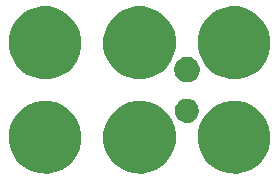
<source format=gts>
%TF.GenerationSoftware,KiCad,Pcbnew,4.0.5-e0-6337~49~ubuntu16.04.1*%
%TF.CreationDate,2017-05-27T17:20:05-07:00*%
%TF.ProjectId,2x3-Screw-Terminal-3.5mm-Pitch,3278332D53637265772D5465726D696E,v1.1*%
%TF.FileFunction,Soldermask,Top*%
%FSLAX46Y46*%
G04 Gerber Fmt 4.6, Leading zero omitted, Abs format (unit mm)*
G04 Created by KiCad (PCBNEW 4.0.5-e0-6337~49~ubuntu16.04.1) date Sat May 27 17:20:05 2017*
%MOMM*%
%LPD*%
G01*
G04 APERTURE LIST*
%ADD10C,0.350000*%
G04 APERTURE END LIST*
D10*
G36*
X22296110Y-28726647D02*
X22887055Y-28847951D01*
X23443198Y-29081732D01*
X23943334Y-29419078D01*
X24368421Y-29847143D01*
X24702266Y-30349621D01*
X24932156Y-30907376D01*
X25049264Y-31498814D01*
X25049264Y-31498824D01*
X25049331Y-31499163D01*
X25039710Y-32188216D01*
X25039633Y-32188554D01*
X25039633Y-32188562D01*
X24906057Y-32776501D01*
X24660685Y-33327616D01*
X24312937Y-33820578D01*
X23876062Y-34236609D01*
X23366700Y-34559861D01*
X22804254Y-34778019D01*
X22210147Y-34882776D01*
X21607003Y-34870142D01*
X21017800Y-34740597D01*
X20464982Y-34499077D01*
X19969607Y-34154782D01*
X19550537Y-33720823D01*
X19223738Y-33213730D01*
X19001656Y-32652814D01*
X18892755Y-32059458D01*
X18901177Y-31456241D01*
X19026606Y-30866147D01*
X19264259Y-30311658D01*
X19605091Y-29813888D01*
X20036112Y-29391800D01*
X20540913Y-29061468D01*
X21100259Y-28835477D01*
X21692845Y-28722436D01*
X22296110Y-28726647D01*
X22296110Y-28726647D01*
G37*
G36*
X30296110Y-28726647D02*
X30887055Y-28847951D01*
X31443198Y-29081732D01*
X31943334Y-29419078D01*
X32368421Y-29847143D01*
X32702266Y-30349621D01*
X32932156Y-30907376D01*
X33049264Y-31498814D01*
X33049264Y-31498824D01*
X33049331Y-31499163D01*
X33039710Y-32188216D01*
X33039633Y-32188554D01*
X33039633Y-32188562D01*
X32906057Y-32776501D01*
X32660685Y-33327616D01*
X32312937Y-33820578D01*
X31876062Y-34236609D01*
X31366700Y-34559861D01*
X30804254Y-34778019D01*
X30210147Y-34882776D01*
X29607003Y-34870142D01*
X29017800Y-34740597D01*
X28464982Y-34499077D01*
X27969607Y-34154782D01*
X27550537Y-33720823D01*
X27223738Y-33213730D01*
X27001656Y-32652814D01*
X26892755Y-32059458D01*
X26901177Y-31456241D01*
X27026606Y-30866147D01*
X27264259Y-30311658D01*
X27605091Y-29813888D01*
X28036112Y-29391800D01*
X28540913Y-29061468D01*
X29100259Y-28835477D01*
X29692845Y-28722436D01*
X30296110Y-28726647D01*
X30296110Y-28726647D01*
G37*
G36*
X38296110Y-28726647D02*
X38887055Y-28847951D01*
X39443198Y-29081732D01*
X39943334Y-29419078D01*
X40368421Y-29847143D01*
X40702266Y-30349621D01*
X40932156Y-30907376D01*
X41049264Y-31498814D01*
X41049264Y-31498824D01*
X41049331Y-31499163D01*
X41039710Y-32188216D01*
X41039633Y-32188554D01*
X41039633Y-32188562D01*
X40906057Y-32776501D01*
X40660685Y-33327616D01*
X40312937Y-33820578D01*
X39876062Y-34236609D01*
X39366700Y-34559861D01*
X38804254Y-34778019D01*
X38210147Y-34882776D01*
X37607003Y-34870142D01*
X37017800Y-34740597D01*
X36464982Y-34499077D01*
X35969607Y-34154782D01*
X35550537Y-33720823D01*
X35223738Y-33213730D01*
X35001656Y-32652814D01*
X34892755Y-32059458D01*
X34901177Y-31456241D01*
X35026606Y-30866147D01*
X35264259Y-30311658D01*
X35605091Y-29813888D01*
X36036112Y-29391800D01*
X36540913Y-29061468D01*
X37100259Y-28835477D01*
X37692845Y-28722436D01*
X38296110Y-28726647D01*
X38296110Y-28726647D01*
G37*
G36*
X34080790Y-28540081D02*
X34277921Y-28580547D01*
X34463451Y-28658537D01*
X34630292Y-28771073D01*
X34772098Y-28913872D01*
X34883466Y-29081495D01*
X34960156Y-29267558D01*
X34999176Y-29464627D01*
X34999176Y-29464632D01*
X34999244Y-29464976D01*
X34996034Y-29694839D01*
X34995957Y-29695177D01*
X34995957Y-29695186D01*
X34951449Y-29891090D01*
X34869596Y-30074935D01*
X34753588Y-30239386D01*
X34607850Y-30378171D01*
X34437931Y-30486005D01*
X34250299Y-30558782D01*
X34052112Y-30593728D01*
X33850905Y-30589513D01*
X33654351Y-30546299D01*
X33469933Y-30465728D01*
X33304682Y-30350875D01*
X33164882Y-30206109D01*
X33055864Y-30036945D01*
X32981777Y-29849824D01*
X32945449Y-29651888D01*
X32948258Y-29450658D01*
X32990102Y-29253805D01*
X33069380Y-29068832D01*
X33183080Y-28902778D01*
X33326865Y-28761973D01*
X33495265Y-28651776D01*
X33681860Y-28576386D01*
X33879540Y-28538677D01*
X34080790Y-28540081D01*
X34080790Y-28540081D01*
G37*
G36*
X34086042Y-24990115D02*
X34292777Y-25032552D01*
X34487347Y-25114341D01*
X34662318Y-25232361D01*
X34811033Y-25382118D01*
X34927827Y-25557908D01*
X35008253Y-25753036D01*
X35049178Y-25959724D01*
X35049178Y-25959729D01*
X35049246Y-25960073D01*
X35045880Y-26201136D01*
X35045803Y-26201474D01*
X35045803Y-26201483D01*
X34999122Y-26406949D01*
X34913281Y-26599752D01*
X34791621Y-26772215D01*
X34638782Y-26917762D01*
X34460584Y-27030850D01*
X34263810Y-27107173D01*
X34055967Y-27143822D01*
X33844957Y-27139402D01*
X33638825Y-27094081D01*
X33445422Y-27009585D01*
X33272119Y-26889136D01*
X33125508Y-26737317D01*
X33011178Y-26559910D01*
X32933481Y-26363672D01*
X32895384Y-26156092D01*
X32898330Y-25945058D01*
X32942211Y-25738613D01*
X33025353Y-25544628D01*
X33144593Y-25370483D01*
X33295384Y-25222817D01*
X33471988Y-25107251D01*
X33667675Y-25028188D01*
X33874987Y-24988642D01*
X34086042Y-24990115D01*
X34086042Y-24990115D01*
G37*
G36*
X22296110Y-20726647D02*
X22887055Y-20847951D01*
X23443198Y-21081732D01*
X23943334Y-21419078D01*
X24368421Y-21847143D01*
X24702266Y-22349621D01*
X24932156Y-22907376D01*
X25049264Y-23498814D01*
X25049264Y-23498824D01*
X25049331Y-23499163D01*
X25039710Y-24188216D01*
X25039633Y-24188554D01*
X25039633Y-24188562D01*
X24906057Y-24776501D01*
X24660685Y-25327616D01*
X24312937Y-25820578D01*
X23876062Y-26236609D01*
X23366700Y-26559861D01*
X22804254Y-26778019D01*
X22210147Y-26882776D01*
X21607003Y-26870142D01*
X21017800Y-26740597D01*
X20464982Y-26499077D01*
X19969607Y-26154782D01*
X19550537Y-25720823D01*
X19223738Y-25213730D01*
X19001656Y-24652814D01*
X18892755Y-24059458D01*
X18901177Y-23456241D01*
X19026606Y-22866147D01*
X19264259Y-22311658D01*
X19605091Y-21813888D01*
X20036112Y-21391800D01*
X20540913Y-21061468D01*
X21100259Y-20835477D01*
X21692845Y-20722436D01*
X22296110Y-20726647D01*
X22296110Y-20726647D01*
G37*
G36*
X30296110Y-20726647D02*
X30887055Y-20847951D01*
X31443198Y-21081732D01*
X31943334Y-21419078D01*
X32368421Y-21847143D01*
X32702266Y-22349621D01*
X32932156Y-22907376D01*
X33049264Y-23498814D01*
X33049264Y-23498824D01*
X33049331Y-23499163D01*
X33039710Y-24188216D01*
X33039633Y-24188554D01*
X33039633Y-24188562D01*
X32906057Y-24776501D01*
X32660685Y-25327616D01*
X32312937Y-25820578D01*
X31876062Y-26236609D01*
X31366700Y-26559861D01*
X30804254Y-26778019D01*
X30210147Y-26882776D01*
X29607003Y-26870142D01*
X29017800Y-26740597D01*
X28464982Y-26499077D01*
X27969607Y-26154782D01*
X27550537Y-25720823D01*
X27223738Y-25213730D01*
X27001656Y-24652814D01*
X26892755Y-24059458D01*
X26901177Y-23456241D01*
X27026606Y-22866147D01*
X27264259Y-22311658D01*
X27605091Y-21813888D01*
X28036112Y-21391800D01*
X28540913Y-21061468D01*
X29100259Y-20835477D01*
X29692845Y-20722436D01*
X30296110Y-20726647D01*
X30296110Y-20726647D01*
G37*
G36*
X38296110Y-20726647D02*
X38887055Y-20847951D01*
X39443198Y-21081732D01*
X39943334Y-21419078D01*
X40368421Y-21847143D01*
X40702266Y-22349621D01*
X40932156Y-22907376D01*
X41049264Y-23498814D01*
X41049264Y-23498824D01*
X41049331Y-23499163D01*
X41039710Y-24188216D01*
X41039633Y-24188554D01*
X41039633Y-24188562D01*
X40906057Y-24776501D01*
X40660685Y-25327616D01*
X40312937Y-25820578D01*
X39876062Y-26236609D01*
X39366700Y-26559861D01*
X38804254Y-26778019D01*
X38210147Y-26882776D01*
X37607003Y-26870142D01*
X37017800Y-26740597D01*
X36464982Y-26499077D01*
X35969607Y-26154782D01*
X35550537Y-25720823D01*
X35223738Y-25213730D01*
X35001656Y-24652814D01*
X34892755Y-24059458D01*
X34901177Y-23456241D01*
X35026606Y-22866147D01*
X35264259Y-22311658D01*
X35605091Y-21813888D01*
X36036112Y-21391800D01*
X36540913Y-21061468D01*
X37100259Y-20835477D01*
X37692845Y-20722436D01*
X38296110Y-20726647D01*
X38296110Y-20726647D01*
G37*
M02*

</source>
